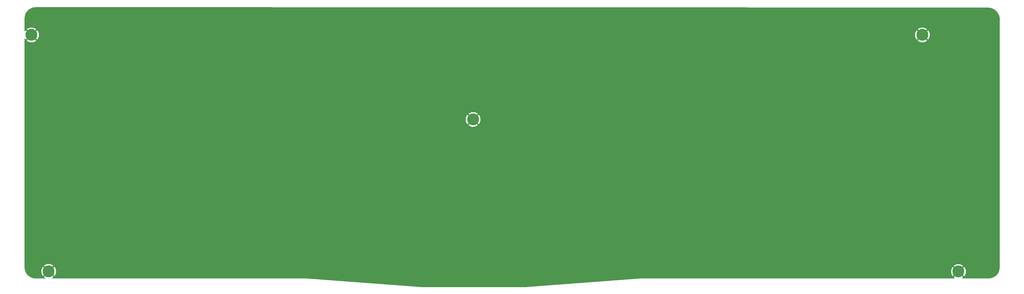
<source format=gtl>
G04 #@! TF.GenerationSoftware,KiCad,Pcbnew,5.0.2-bee76a0~70~ubuntu18.04.1*
G04 #@! TF.CreationDate,2020-02-19T03:00:32+09:00*
G04 #@! TF.ProjectId,amatelus73,616d6174-656c-4757-9337-332e6b696361,rev?*
G04 #@! TF.SameCoordinates,Original*
G04 #@! TF.FileFunction,Copper,L1,Top*
G04 #@! TF.FilePolarity,Positive*
%FSLAX46Y46*%
G04 Gerber Fmt 4.6, Leading zero omitted, Abs format (unit mm)*
G04 Created by KiCad (PCBNEW 5.0.2-bee76a0~70~ubuntu18.04.1) date 2020年02月19日 03時00分32秒*
%MOMM*%
%LPD*%
G01*
G04 APERTURE LIST*
G04 #@! TA.AperFunction,ComponentPad*
%ADD10C,4.400000*%
G04 #@! TD*
G04 #@! TA.AperFunction,ComponentPad*
%ADD11C,0.700000*%
G04 #@! TD*
G04 #@! TA.AperFunction,Conductor*
%ADD12C,0.254000*%
G04 #@! TD*
G04 APERTURE END LIST*
D10*
G04 #@! TO.P,Hole2,1*
G04 #@! TO.N,GND*
X28575000Y-122174000D03*
D11*
X30225000Y-122174000D03*
X29741726Y-123340726D03*
X28575000Y-123824000D03*
X27408274Y-123340726D03*
X26925000Y-122174000D03*
X27408274Y-121007274D03*
X28575000Y-120524000D03*
X29741726Y-121007274D03*
G04 #@! TD*
D10*
G04 #@! TO.P,Hole5,1*
G04 #@! TO.N,GND*
X365125000Y-122238000D03*
D11*
X366775000Y-122238000D03*
X366291726Y-123404726D03*
X365125000Y-123888000D03*
X363958274Y-123404726D03*
X363475000Y-122238000D03*
X363958274Y-121071274D03*
X365125000Y-120588000D03*
X366291726Y-121071274D03*
G04 #@! TD*
D10*
G04 #@! TO.P,Hole1,1*
G04 #@! TO.N,GND*
X22225000Y-34607500D03*
D11*
X23875000Y-34607500D03*
X23391726Y-35774226D03*
X22225000Y-36257500D03*
X21058274Y-35774226D03*
X20575000Y-34607500D03*
X21058274Y-33440774D03*
X22225000Y-32957500D03*
X23391726Y-33440774D03*
G04 #@! TD*
D10*
G04 #@! TO.P,Hole3,1*
G04 #@! TO.N,GND*
X185610000Y-65913000D03*
D11*
X187260000Y-65913000D03*
X186776726Y-67079726D03*
X185610000Y-67563000D03*
X184443274Y-67079726D03*
X183960000Y-65913000D03*
X184443274Y-64746274D03*
X185610000Y-64263000D03*
X186776726Y-64746274D03*
G04 #@! TD*
D10*
G04 #@! TO.P,Hole4,1*
G04 #@! TO.N,GND*
X351790000Y-34607500D03*
D11*
X353440000Y-34607500D03*
X352956726Y-35774226D03*
X351790000Y-36257500D03*
X350623274Y-35774226D03*
X350140000Y-34607500D03*
X350623274Y-33440774D03*
X351790000Y-32957500D03*
X352956726Y-33440774D03*
G04 #@! TD*
D12*
G04 #@! TO.N,GND*
G36*
X375888252Y-24585988D02*
X376693358Y-24657842D01*
X377442277Y-24862723D01*
X378143072Y-25196986D01*
X378773605Y-25650069D01*
X379313934Y-26207645D01*
X379746989Y-26852099D01*
X380059073Y-27563044D01*
X380241640Y-28323493D01*
X380290001Y-28982044D01*
X380290000Y-120617454D01*
X380219200Y-121387965D01*
X380018044Y-122101210D01*
X379690272Y-122765866D01*
X379246872Y-123359651D01*
X378702685Y-123862691D01*
X378075940Y-124258139D01*
X377387625Y-124532748D01*
X376647026Y-124680064D01*
X376218908Y-124702500D01*
X366590201Y-124702500D01*
X366719632Y-124648888D01*
X366964777Y-124257382D01*
X365125000Y-122417605D01*
X363285223Y-124257382D01*
X363530368Y-124648888D01*
X363661532Y-124702500D01*
X247693501Y-124702500D01*
X247667286Y-124699275D01*
X247623748Y-124702500D01*
X247580074Y-124702500D01*
X247554159Y-124707655D01*
X204761248Y-127877500D01*
X166713766Y-127877500D01*
X123920841Y-124707655D01*
X123894926Y-124702500D01*
X123851252Y-124702500D01*
X123807714Y-124699275D01*
X123781499Y-124702500D01*
X29885692Y-124702500D01*
X30169632Y-124584888D01*
X30414777Y-124193382D01*
X28575000Y-122353605D01*
X26735223Y-124193382D01*
X26980368Y-124584888D01*
X27268111Y-124702500D01*
X23845046Y-124702500D01*
X23074535Y-124631700D01*
X22361290Y-124430544D01*
X21696634Y-124102772D01*
X21102849Y-123659372D01*
X20599809Y-123115185D01*
X20204361Y-122488440D01*
X19929752Y-121800125D01*
X19894591Y-121623360D01*
X25737391Y-121623360D01*
X25742670Y-122751181D01*
X26164112Y-123768632D01*
X26555618Y-124013777D01*
X28395395Y-122174000D01*
X28754605Y-122174000D01*
X30594382Y-124013777D01*
X30985888Y-123768632D01*
X31412609Y-122724640D01*
X31407754Y-121687360D01*
X362287391Y-121687360D01*
X362292670Y-122815181D01*
X362714112Y-123832632D01*
X363105618Y-124077777D01*
X364945395Y-122238000D01*
X365304605Y-122238000D01*
X367144382Y-124077777D01*
X367535888Y-123832632D01*
X367962609Y-122788640D01*
X367957330Y-121660819D01*
X367535888Y-120643368D01*
X367144382Y-120398223D01*
X365304605Y-122238000D01*
X364945395Y-122238000D01*
X363105618Y-120398223D01*
X362714112Y-120643368D01*
X362287391Y-121687360D01*
X31407754Y-121687360D01*
X31407330Y-121596819D01*
X30985888Y-120579368D01*
X30594382Y-120334223D01*
X28754605Y-122174000D01*
X28395395Y-122174000D01*
X26555618Y-120334223D01*
X26164112Y-120579368D01*
X25737391Y-121623360D01*
X19894591Y-121623360D01*
X19782436Y-121059526D01*
X19760000Y-120631408D01*
X19760000Y-120154618D01*
X26735223Y-120154618D01*
X28575000Y-121994395D01*
X30350777Y-120218618D01*
X363285223Y-120218618D01*
X365125000Y-122058395D01*
X366964777Y-120218618D01*
X366719632Y-119827112D01*
X365675640Y-119400391D01*
X364547819Y-119405670D01*
X363530368Y-119827112D01*
X363285223Y-120218618D01*
X30350777Y-120218618D01*
X30414777Y-120154618D01*
X30169632Y-119763112D01*
X29125640Y-119336391D01*
X27997819Y-119341670D01*
X26980368Y-119763112D01*
X26735223Y-120154618D01*
X19760000Y-120154618D01*
X19760000Y-67932382D01*
X183770223Y-67932382D01*
X184015368Y-68323888D01*
X185059360Y-68750609D01*
X186187181Y-68745330D01*
X187204632Y-68323888D01*
X187449777Y-67932382D01*
X185610000Y-66092605D01*
X183770223Y-67932382D01*
X19760000Y-67932382D01*
X19760000Y-65362360D01*
X182772391Y-65362360D01*
X182777670Y-66490181D01*
X183199112Y-67507632D01*
X183590618Y-67752777D01*
X185430395Y-65913000D01*
X185789605Y-65913000D01*
X187629382Y-67752777D01*
X188020888Y-67507632D01*
X188447609Y-66463640D01*
X188442330Y-65335819D01*
X188020888Y-64318368D01*
X187629382Y-64073223D01*
X185789605Y-65913000D01*
X185430395Y-65913000D01*
X183590618Y-64073223D01*
X183199112Y-64318368D01*
X182772391Y-65362360D01*
X19760000Y-65362360D01*
X19760000Y-63893618D01*
X183770223Y-63893618D01*
X185610000Y-65733395D01*
X187449777Y-63893618D01*
X187204632Y-63502112D01*
X186160640Y-63075391D01*
X185032819Y-63080670D01*
X184015368Y-63502112D01*
X183770223Y-63893618D01*
X19760000Y-63893618D01*
X19760000Y-36626882D01*
X20385223Y-36626882D01*
X20630368Y-37018388D01*
X21674360Y-37445109D01*
X22802181Y-37439830D01*
X23819632Y-37018388D01*
X24064777Y-36626882D01*
X349950223Y-36626882D01*
X350195368Y-37018388D01*
X351239360Y-37445109D01*
X352367181Y-37439830D01*
X353384632Y-37018388D01*
X353629777Y-36626882D01*
X351790000Y-34787105D01*
X349950223Y-36626882D01*
X24064777Y-36626882D01*
X22225000Y-34787105D01*
X20385223Y-36626882D01*
X19760000Y-36626882D01*
X19760000Y-36071494D01*
X19814112Y-36202132D01*
X20205618Y-36447277D01*
X22045395Y-34607500D01*
X22404605Y-34607500D01*
X24244382Y-36447277D01*
X24635888Y-36202132D01*
X25062609Y-35158140D01*
X25057455Y-34056860D01*
X348952391Y-34056860D01*
X348957670Y-35184681D01*
X349379112Y-36202132D01*
X349770618Y-36447277D01*
X351610395Y-34607500D01*
X351969605Y-34607500D01*
X353809382Y-36447277D01*
X354200888Y-36202132D01*
X354627609Y-35158140D01*
X354622330Y-34030319D01*
X354200888Y-33012868D01*
X353809382Y-32767723D01*
X351969605Y-34607500D01*
X351610395Y-34607500D01*
X349770618Y-32767723D01*
X349379112Y-33012868D01*
X348952391Y-34056860D01*
X25057455Y-34056860D01*
X25057330Y-34030319D01*
X24635888Y-33012868D01*
X24244382Y-32767723D01*
X22404605Y-34607500D01*
X22045395Y-34607500D01*
X20205618Y-32767723D01*
X19814112Y-33012868D01*
X19760000Y-33145255D01*
X19760000Y-32588118D01*
X20385223Y-32588118D01*
X22225000Y-34427895D01*
X24064777Y-32588118D01*
X349950223Y-32588118D01*
X351790000Y-34427895D01*
X353629777Y-32588118D01*
X353384632Y-32196612D01*
X352340640Y-31769891D01*
X351212819Y-31775170D01*
X350195368Y-32196612D01*
X349950223Y-32588118D01*
X24064777Y-32588118D01*
X23819632Y-32196612D01*
X22775640Y-31769891D01*
X21647819Y-31775170D01*
X20630368Y-32196612D01*
X20385223Y-32588118D01*
X19760000Y-32588118D01*
X19760000Y-28544047D01*
X19830800Y-27773535D01*
X20031956Y-27060290D01*
X20359728Y-26395634D01*
X20803128Y-25801850D01*
X21347318Y-25298807D01*
X21974060Y-24903361D01*
X22662379Y-24628750D01*
X23402973Y-24481436D01*
X23830978Y-24459006D01*
X375888252Y-24585988D01*
X375888252Y-24585988D01*
G37*
X375888252Y-24585988D02*
X376693358Y-24657842D01*
X377442277Y-24862723D01*
X378143072Y-25196986D01*
X378773605Y-25650069D01*
X379313934Y-26207645D01*
X379746989Y-26852099D01*
X380059073Y-27563044D01*
X380241640Y-28323493D01*
X380290001Y-28982044D01*
X380290000Y-120617454D01*
X380219200Y-121387965D01*
X380018044Y-122101210D01*
X379690272Y-122765866D01*
X379246872Y-123359651D01*
X378702685Y-123862691D01*
X378075940Y-124258139D01*
X377387625Y-124532748D01*
X376647026Y-124680064D01*
X376218908Y-124702500D01*
X366590201Y-124702500D01*
X366719632Y-124648888D01*
X366964777Y-124257382D01*
X365125000Y-122417605D01*
X363285223Y-124257382D01*
X363530368Y-124648888D01*
X363661532Y-124702500D01*
X247693501Y-124702500D01*
X247667286Y-124699275D01*
X247623748Y-124702500D01*
X247580074Y-124702500D01*
X247554159Y-124707655D01*
X204761248Y-127877500D01*
X166713766Y-127877500D01*
X123920841Y-124707655D01*
X123894926Y-124702500D01*
X123851252Y-124702500D01*
X123807714Y-124699275D01*
X123781499Y-124702500D01*
X29885692Y-124702500D01*
X30169632Y-124584888D01*
X30414777Y-124193382D01*
X28575000Y-122353605D01*
X26735223Y-124193382D01*
X26980368Y-124584888D01*
X27268111Y-124702500D01*
X23845046Y-124702500D01*
X23074535Y-124631700D01*
X22361290Y-124430544D01*
X21696634Y-124102772D01*
X21102849Y-123659372D01*
X20599809Y-123115185D01*
X20204361Y-122488440D01*
X19929752Y-121800125D01*
X19894591Y-121623360D01*
X25737391Y-121623360D01*
X25742670Y-122751181D01*
X26164112Y-123768632D01*
X26555618Y-124013777D01*
X28395395Y-122174000D01*
X28754605Y-122174000D01*
X30594382Y-124013777D01*
X30985888Y-123768632D01*
X31412609Y-122724640D01*
X31407754Y-121687360D01*
X362287391Y-121687360D01*
X362292670Y-122815181D01*
X362714112Y-123832632D01*
X363105618Y-124077777D01*
X364945395Y-122238000D01*
X365304605Y-122238000D01*
X367144382Y-124077777D01*
X367535888Y-123832632D01*
X367962609Y-122788640D01*
X367957330Y-121660819D01*
X367535888Y-120643368D01*
X367144382Y-120398223D01*
X365304605Y-122238000D01*
X364945395Y-122238000D01*
X363105618Y-120398223D01*
X362714112Y-120643368D01*
X362287391Y-121687360D01*
X31407754Y-121687360D01*
X31407330Y-121596819D01*
X30985888Y-120579368D01*
X30594382Y-120334223D01*
X28754605Y-122174000D01*
X28395395Y-122174000D01*
X26555618Y-120334223D01*
X26164112Y-120579368D01*
X25737391Y-121623360D01*
X19894591Y-121623360D01*
X19782436Y-121059526D01*
X19760000Y-120631408D01*
X19760000Y-120154618D01*
X26735223Y-120154618D01*
X28575000Y-121994395D01*
X30350777Y-120218618D01*
X363285223Y-120218618D01*
X365125000Y-122058395D01*
X366964777Y-120218618D01*
X366719632Y-119827112D01*
X365675640Y-119400391D01*
X364547819Y-119405670D01*
X363530368Y-119827112D01*
X363285223Y-120218618D01*
X30350777Y-120218618D01*
X30414777Y-120154618D01*
X30169632Y-119763112D01*
X29125640Y-119336391D01*
X27997819Y-119341670D01*
X26980368Y-119763112D01*
X26735223Y-120154618D01*
X19760000Y-120154618D01*
X19760000Y-67932382D01*
X183770223Y-67932382D01*
X184015368Y-68323888D01*
X185059360Y-68750609D01*
X186187181Y-68745330D01*
X187204632Y-68323888D01*
X187449777Y-67932382D01*
X185610000Y-66092605D01*
X183770223Y-67932382D01*
X19760000Y-67932382D01*
X19760000Y-65362360D01*
X182772391Y-65362360D01*
X182777670Y-66490181D01*
X183199112Y-67507632D01*
X183590618Y-67752777D01*
X185430395Y-65913000D01*
X185789605Y-65913000D01*
X187629382Y-67752777D01*
X188020888Y-67507632D01*
X188447609Y-66463640D01*
X188442330Y-65335819D01*
X188020888Y-64318368D01*
X187629382Y-64073223D01*
X185789605Y-65913000D01*
X185430395Y-65913000D01*
X183590618Y-64073223D01*
X183199112Y-64318368D01*
X182772391Y-65362360D01*
X19760000Y-65362360D01*
X19760000Y-63893618D01*
X183770223Y-63893618D01*
X185610000Y-65733395D01*
X187449777Y-63893618D01*
X187204632Y-63502112D01*
X186160640Y-63075391D01*
X185032819Y-63080670D01*
X184015368Y-63502112D01*
X183770223Y-63893618D01*
X19760000Y-63893618D01*
X19760000Y-36626882D01*
X20385223Y-36626882D01*
X20630368Y-37018388D01*
X21674360Y-37445109D01*
X22802181Y-37439830D01*
X23819632Y-37018388D01*
X24064777Y-36626882D01*
X349950223Y-36626882D01*
X350195368Y-37018388D01*
X351239360Y-37445109D01*
X352367181Y-37439830D01*
X353384632Y-37018388D01*
X353629777Y-36626882D01*
X351790000Y-34787105D01*
X349950223Y-36626882D01*
X24064777Y-36626882D01*
X22225000Y-34787105D01*
X20385223Y-36626882D01*
X19760000Y-36626882D01*
X19760000Y-36071494D01*
X19814112Y-36202132D01*
X20205618Y-36447277D01*
X22045395Y-34607500D01*
X22404605Y-34607500D01*
X24244382Y-36447277D01*
X24635888Y-36202132D01*
X25062609Y-35158140D01*
X25057455Y-34056860D01*
X348952391Y-34056860D01*
X348957670Y-35184681D01*
X349379112Y-36202132D01*
X349770618Y-36447277D01*
X351610395Y-34607500D01*
X351969605Y-34607500D01*
X353809382Y-36447277D01*
X354200888Y-36202132D01*
X354627609Y-35158140D01*
X354622330Y-34030319D01*
X354200888Y-33012868D01*
X353809382Y-32767723D01*
X351969605Y-34607500D01*
X351610395Y-34607500D01*
X349770618Y-32767723D01*
X349379112Y-33012868D01*
X348952391Y-34056860D01*
X25057455Y-34056860D01*
X25057330Y-34030319D01*
X24635888Y-33012868D01*
X24244382Y-32767723D01*
X22404605Y-34607500D01*
X22045395Y-34607500D01*
X20205618Y-32767723D01*
X19814112Y-33012868D01*
X19760000Y-33145255D01*
X19760000Y-32588118D01*
X20385223Y-32588118D01*
X22225000Y-34427895D01*
X24064777Y-32588118D01*
X349950223Y-32588118D01*
X351790000Y-34427895D01*
X353629777Y-32588118D01*
X353384632Y-32196612D01*
X352340640Y-31769891D01*
X351212819Y-31775170D01*
X350195368Y-32196612D01*
X349950223Y-32588118D01*
X24064777Y-32588118D01*
X23819632Y-32196612D01*
X22775640Y-31769891D01*
X21647819Y-31775170D01*
X20630368Y-32196612D01*
X20385223Y-32588118D01*
X19760000Y-32588118D01*
X19760000Y-28544047D01*
X19830800Y-27773535D01*
X20031956Y-27060290D01*
X20359728Y-26395634D01*
X20803128Y-25801850D01*
X21347318Y-25298807D01*
X21974060Y-24903361D01*
X22662379Y-24628750D01*
X23402973Y-24481436D01*
X23830978Y-24459006D01*
X375888252Y-24585988D01*
G04 #@! TD*
M02*

</source>
